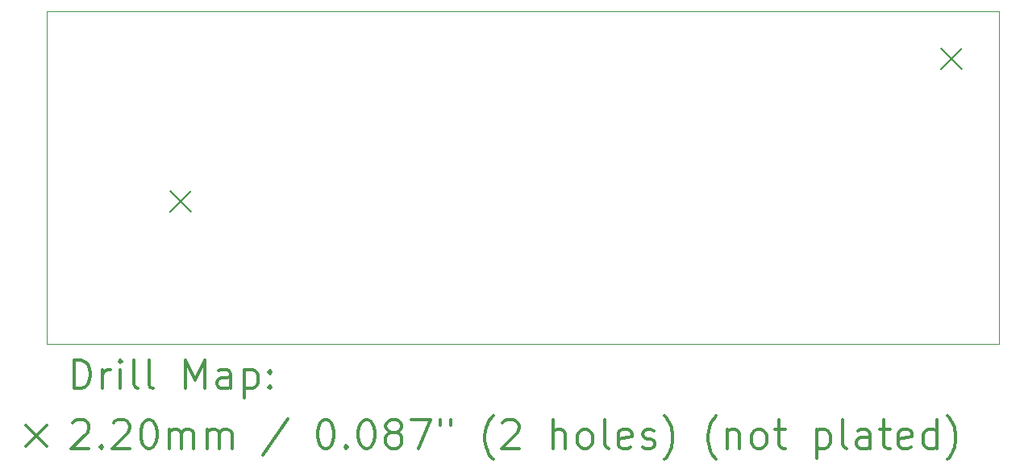
<source format=gbr>
%FSLAX45Y45*%
G04 Gerber Fmt 4.5, Leading zero omitted, Abs format (unit mm)*
G04 Created by KiCad (PCBNEW (5.1.7)-1) date 2021-11-01 12:55:09*
%MOMM*%
%LPD*%
G01*
G04 APERTURE LIST*
%TA.AperFunction,Profile*%
%ADD10C,0.050000*%
%TD*%
%ADD11C,0.200000*%
%ADD12C,0.300000*%
G04 APERTURE END LIST*
D10*
X11000000Y-10500000D02*
X21000000Y-10500000D01*
X11000000Y-7000000D02*
X11000000Y-10500000D01*
X21000000Y-7000000D02*
X11000000Y-7000000D01*
X21000000Y-10500000D02*
X21000000Y-7000000D01*
D11*
X20390000Y-7390000D02*
X20610000Y-7610000D01*
X20610000Y-7390000D02*
X20390000Y-7610000D01*
X12290000Y-8890000D02*
X12510000Y-9110000D01*
X12510000Y-8890000D02*
X12290000Y-9110000D01*
D12*
X11283928Y-10968214D02*
X11283928Y-10668214D01*
X11355357Y-10668214D01*
X11398214Y-10682500D01*
X11426786Y-10711072D01*
X11441071Y-10739643D01*
X11455357Y-10796786D01*
X11455357Y-10839643D01*
X11441071Y-10896786D01*
X11426786Y-10925357D01*
X11398214Y-10953929D01*
X11355357Y-10968214D01*
X11283928Y-10968214D01*
X11583928Y-10968214D02*
X11583928Y-10768214D01*
X11583928Y-10825357D02*
X11598214Y-10796786D01*
X11612500Y-10782500D01*
X11641071Y-10768214D01*
X11669643Y-10768214D01*
X11769643Y-10968214D02*
X11769643Y-10768214D01*
X11769643Y-10668214D02*
X11755357Y-10682500D01*
X11769643Y-10696786D01*
X11783928Y-10682500D01*
X11769643Y-10668214D01*
X11769643Y-10696786D01*
X11955357Y-10968214D02*
X11926786Y-10953929D01*
X11912500Y-10925357D01*
X11912500Y-10668214D01*
X12112500Y-10968214D02*
X12083928Y-10953929D01*
X12069643Y-10925357D01*
X12069643Y-10668214D01*
X12455357Y-10968214D02*
X12455357Y-10668214D01*
X12555357Y-10882500D01*
X12655357Y-10668214D01*
X12655357Y-10968214D01*
X12926786Y-10968214D02*
X12926786Y-10811072D01*
X12912500Y-10782500D01*
X12883928Y-10768214D01*
X12826786Y-10768214D01*
X12798214Y-10782500D01*
X12926786Y-10953929D02*
X12898214Y-10968214D01*
X12826786Y-10968214D01*
X12798214Y-10953929D01*
X12783928Y-10925357D01*
X12783928Y-10896786D01*
X12798214Y-10868214D01*
X12826786Y-10853929D01*
X12898214Y-10853929D01*
X12926786Y-10839643D01*
X13069643Y-10768214D02*
X13069643Y-11068214D01*
X13069643Y-10782500D02*
X13098214Y-10768214D01*
X13155357Y-10768214D01*
X13183928Y-10782500D01*
X13198214Y-10796786D01*
X13212500Y-10825357D01*
X13212500Y-10911072D01*
X13198214Y-10939643D01*
X13183928Y-10953929D01*
X13155357Y-10968214D01*
X13098214Y-10968214D01*
X13069643Y-10953929D01*
X13341071Y-10939643D02*
X13355357Y-10953929D01*
X13341071Y-10968214D01*
X13326786Y-10953929D01*
X13341071Y-10939643D01*
X13341071Y-10968214D01*
X13341071Y-10782500D02*
X13355357Y-10796786D01*
X13341071Y-10811072D01*
X13326786Y-10796786D01*
X13341071Y-10782500D01*
X13341071Y-10811072D01*
X10777500Y-11352500D02*
X10997500Y-11572500D01*
X10997500Y-11352500D02*
X10777500Y-11572500D01*
X11269643Y-11326786D02*
X11283928Y-11312500D01*
X11312500Y-11298214D01*
X11383928Y-11298214D01*
X11412500Y-11312500D01*
X11426786Y-11326786D01*
X11441071Y-11355357D01*
X11441071Y-11383929D01*
X11426786Y-11426786D01*
X11255357Y-11598214D01*
X11441071Y-11598214D01*
X11569643Y-11569643D02*
X11583928Y-11583929D01*
X11569643Y-11598214D01*
X11555357Y-11583929D01*
X11569643Y-11569643D01*
X11569643Y-11598214D01*
X11698214Y-11326786D02*
X11712500Y-11312500D01*
X11741071Y-11298214D01*
X11812500Y-11298214D01*
X11841071Y-11312500D01*
X11855357Y-11326786D01*
X11869643Y-11355357D01*
X11869643Y-11383929D01*
X11855357Y-11426786D01*
X11683928Y-11598214D01*
X11869643Y-11598214D01*
X12055357Y-11298214D02*
X12083928Y-11298214D01*
X12112500Y-11312500D01*
X12126786Y-11326786D01*
X12141071Y-11355357D01*
X12155357Y-11412500D01*
X12155357Y-11483929D01*
X12141071Y-11541071D01*
X12126786Y-11569643D01*
X12112500Y-11583929D01*
X12083928Y-11598214D01*
X12055357Y-11598214D01*
X12026786Y-11583929D01*
X12012500Y-11569643D01*
X11998214Y-11541071D01*
X11983928Y-11483929D01*
X11983928Y-11412500D01*
X11998214Y-11355357D01*
X12012500Y-11326786D01*
X12026786Y-11312500D01*
X12055357Y-11298214D01*
X12283928Y-11598214D02*
X12283928Y-11398214D01*
X12283928Y-11426786D02*
X12298214Y-11412500D01*
X12326786Y-11398214D01*
X12369643Y-11398214D01*
X12398214Y-11412500D01*
X12412500Y-11441071D01*
X12412500Y-11598214D01*
X12412500Y-11441071D02*
X12426786Y-11412500D01*
X12455357Y-11398214D01*
X12498214Y-11398214D01*
X12526786Y-11412500D01*
X12541071Y-11441071D01*
X12541071Y-11598214D01*
X12683928Y-11598214D02*
X12683928Y-11398214D01*
X12683928Y-11426786D02*
X12698214Y-11412500D01*
X12726786Y-11398214D01*
X12769643Y-11398214D01*
X12798214Y-11412500D01*
X12812500Y-11441071D01*
X12812500Y-11598214D01*
X12812500Y-11441071D02*
X12826786Y-11412500D01*
X12855357Y-11398214D01*
X12898214Y-11398214D01*
X12926786Y-11412500D01*
X12941071Y-11441071D01*
X12941071Y-11598214D01*
X13526786Y-11283929D02*
X13269643Y-11669643D01*
X13912500Y-11298214D02*
X13941071Y-11298214D01*
X13969643Y-11312500D01*
X13983928Y-11326786D01*
X13998214Y-11355357D01*
X14012500Y-11412500D01*
X14012500Y-11483929D01*
X13998214Y-11541071D01*
X13983928Y-11569643D01*
X13969643Y-11583929D01*
X13941071Y-11598214D01*
X13912500Y-11598214D01*
X13883928Y-11583929D01*
X13869643Y-11569643D01*
X13855357Y-11541071D01*
X13841071Y-11483929D01*
X13841071Y-11412500D01*
X13855357Y-11355357D01*
X13869643Y-11326786D01*
X13883928Y-11312500D01*
X13912500Y-11298214D01*
X14141071Y-11569643D02*
X14155357Y-11583929D01*
X14141071Y-11598214D01*
X14126786Y-11583929D01*
X14141071Y-11569643D01*
X14141071Y-11598214D01*
X14341071Y-11298214D02*
X14369643Y-11298214D01*
X14398214Y-11312500D01*
X14412500Y-11326786D01*
X14426786Y-11355357D01*
X14441071Y-11412500D01*
X14441071Y-11483929D01*
X14426786Y-11541071D01*
X14412500Y-11569643D01*
X14398214Y-11583929D01*
X14369643Y-11598214D01*
X14341071Y-11598214D01*
X14312500Y-11583929D01*
X14298214Y-11569643D01*
X14283928Y-11541071D01*
X14269643Y-11483929D01*
X14269643Y-11412500D01*
X14283928Y-11355357D01*
X14298214Y-11326786D01*
X14312500Y-11312500D01*
X14341071Y-11298214D01*
X14612500Y-11426786D02*
X14583928Y-11412500D01*
X14569643Y-11398214D01*
X14555357Y-11369643D01*
X14555357Y-11355357D01*
X14569643Y-11326786D01*
X14583928Y-11312500D01*
X14612500Y-11298214D01*
X14669643Y-11298214D01*
X14698214Y-11312500D01*
X14712500Y-11326786D01*
X14726786Y-11355357D01*
X14726786Y-11369643D01*
X14712500Y-11398214D01*
X14698214Y-11412500D01*
X14669643Y-11426786D01*
X14612500Y-11426786D01*
X14583928Y-11441071D01*
X14569643Y-11455357D01*
X14555357Y-11483929D01*
X14555357Y-11541071D01*
X14569643Y-11569643D01*
X14583928Y-11583929D01*
X14612500Y-11598214D01*
X14669643Y-11598214D01*
X14698214Y-11583929D01*
X14712500Y-11569643D01*
X14726786Y-11541071D01*
X14726786Y-11483929D01*
X14712500Y-11455357D01*
X14698214Y-11441071D01*
X14669643Y-11426786D01*
X14826786Y-11298214D02*
X15026786Y-11298214D01*
X14898214Y-11598214D01*
X15126786Y-11298214D02*
X15126786Y-11355357D01*
X15241071Y-11298214D02*
X15241071Y-11355357D01*
X15683928Y-11712500D02*
X15669643Y-11698214D01*
X15641071Y-11655357D01*
X15626786Y-11626786D01*
X15612500Y-11583929D01*
X15598214Y-11512500D01*
X15598214Y-11455357D01*
X15612500Y-11383929D01*
X15626786Y-11341071D01*
X15641071Y-11312500D01*
X15669643Y-11269643D01*
X15683928Y-11255357D01*
X15783928Y-11326786D02*
X15798214Y-11312500D01*
X15826786Y-11298214D01*
X15898214Y-11298214D01*
X15926786Y-11312500D01*
X15941071Y-11326786D01*
X15955357Y-11355357D01*
X15955357Y-11383929D01*
X15941071Y-11426786D01*
X15769643Y-11598214D01*
X15955357Y-11598214D01*
X16312500Y-11598214D02*
X16312500Y-11298214D01*
X16441071Y-11598214D02*
X16441071Y-11441071D01*
X16426786Y-11412500D01*
X16398214Y-11398214D01*
X16355357Y-11398214D01*
X16326786Y-11412500D01*
X16312500Y-11426786D01*
X16626786Y-11598214D02*
X16598214Y-11583929D01*
X16583928Y-11569643D01*
X16569643Y-11541071D01*
X16569643Y-11455357D01*
X16583928Y-11426786D01*
X16598214Y-11412500D01*
X16626786Y-11398214D01*
X16669643Y-11398214D01*
X16698214Y-11412500D01*
X16712500Y-11426786D01*
X16726786Y-11455357D01*
X16726786Y-11541071D01*
X16712500Y-11569643D01*
X16698214Y-11583929D01*
X16669643Y-11598214D01*
X16626786Y-11598214D01*
X16898214Y-11598214D02*
X16869643Y-11583929D01*
X16855357Y-11555357D01*
X16855357Y-11298214D01*
X17126786Y-11583929D02*
X17098214Y-11598214D01*
X17041071Y-11598214D01*
X17012500Y-11583929D01*
X16998214Y-11555357D01*
X16998214Y-11441071D01*
X17012500Y-11412500D01*
X17041071Y-11398214D01*
X17098214Y-11398214D01*
X17126786Y-11412500D01*
X17141071Y-11441071D01*
X17141071Y-11469643D01*
X16998214Y-11498214D01*
X17255357Y-11583929D02*
X17283928Y-11598214D01*
X17341071Y-11598214D01*
X17369643Y-11583929D01*
X17383928Y-11555357D01*
X17383928Y-11541071D01*
X17369643Y-11512500D01*
X17341071Y-11498214D01*
X17298214Y-11498214D01*
X17269643Y-11483929D01*
X17255357Y-11455357D01*
X17255357Y-11441071D01*
X17269643Y-11412500D01*
X17298214Y-11398214D01*
X17341071Y-11398214D01*
X17369643Y-11412500D01*
X17483928Y-11712500D02*
X17498214Y-11698214D01*
X17526786Y-11655357D01*
X17541071Y-11626786D01*
X17555357Y-11583929D01*
X17569643Y-11512500D01*
X17569643Y-11455357D01*
X17555357Y-11383929D01*
X17541071Y-11341071D01*
X17526786Y-11312500D01*
X17498214Y-11269643D01*
X17483928Y-11255357D01*
X18026786Y-11712500D02*
X18012500Y-11698214D01*
X17983928Y-11655357D01*
X17969643Y-11626786D01*
X17955357Y-11583929D01*
X17941071Y-11512500D01*
X17941071Y-11455357D01*
X17955357Y-11383929D01*
X17969643Y-11341071D01*
X17983928Y-11312500D01*
X18012500Y-11269643D01*
X18026786Y-11255357D01*
X18141071Y-11398214D02*
X18141071Y-11598214D01*
X18141071Y-11426786D02*
X18155357Y-11412500D01*
X18183928Y-11398214D01*
X18226786Y-11398214D01*
X18255357Y-11412500D01*
X18269643Y-11441071D01*
X18269643Y-11598214D01*
X18455357Y-11598214D02*
X18426786Y-11583929D01*
X18412500Y-11569643D01*
X18398214Y-11541071D01*
X18398214Y-11455357D01*
X18412500Y-11426786D01*
X18426786Y-11412500D01*
X18455357Y-11398214D01*
X18498214Y-11398214D01*
X18526786Y-11412500D01*
X18541071Y-11426786D01*
X18555357Y-11455357D01*
X18555357Y-11541071D01*
X18541071Y-11569643D01*
X18526786Y-11583929D01*
X18498214Y-11598214D01*
X18455357Y-11598214D01*
X18641071Y-11398214D02*
X18755357Y-11398214D01*
X18683928Y-11298214D02*
X18683928Y-11555357D01*
X18698214Y-11583929D01*
X18726786Y-11598214D01*
X18755357Y-11598214D01*
X19083928Y-11398214D02*
X19083928Y-11698214D01*
X19083928Y-11412500D02*
X19112500Y-11398214D01*
X19169643Y-11398214D01*
X19198214Y-11412500D01*
X19212500Y-11426786D01*
X19226786Y-11455357D01*
X19226786Y-11541071D01*
X19212500Y-11569643D01*
X19198214Y-11583929D01*
X19169643Y-11598214D01*
X19112500Y-11598214D01*
X19083928Y-11583929D01*
X19398214Y-11598214D02*
X19369643Y-11583929D01*
X19355357Y-11555357D01*
X19355357Y-11298214D01*
X19641071Y-11598214D02*
X19641071Y-11441071D01*
X19626786Y-11412500D01*
X19598214Y-11398214D01*
X19541071Y-11398214D01*
X19512500Y-11412500D01*
X19641071Y-11583929D02*
X19612500Y-11598214D01*
X19541071Y-11598214D01*
X19512500Y-11583929D01*
X19498214Y-11555357D01*
X19498214Y-11526786D01*
X19512500Y-11498214D01*
X19541071Y-11483929D01*
X19612500Y-11483929D01*
X19641071Y-11469643D01*
X19741071Y-11398214D02*
X19855357Y-11398214D01*
X19783928Y-11298214D02*
X19783928Y-11555357D01*
X19798214Y-11583929D01*
X19826786Y-11598214D01*
X19855357Y-11598214D01*
X20069643Y-11583929D02*
X20041071Y-11598214D01*
X19983928Y-11598214D01*
X19955357Y-11583929D01*
X19941071Y-11555357D01*
X19941071Y-11441071D01*
X19955357Y-11412500D01*
X19983928Y-11398214D01*
X20041071Y-11398214D01*
X20069643Y-11412500D01*
X20083928Y-11441071D01*
X20083928Y-11469643D01*
X19941071Y-11498214D01*
X20341071Y-11598214D02*
X20341071Y-11298214D01*
X20341071Y-11583929D02*
X20312500Y-11598214D01*
X20255357Y-11598214D01*
X20226786Y-11583929D01*
X20212500Y-11569643D01*
X20198214Y-11541071D01*
X20198214Y-11455357D01*
X20212500Y-11426786D01*
X20226786Y-11412500D01*
X20255357Y-11398214D01*
X20312500Y-11398214D01*
X20341071Y-11412500D01*
X20455357Y-11712500D02*
X20469643Y-11698214D01*
X20498214Y-11655357D01*
X20512500Y-11626786D01*
X20526786Y-11583929D01*
X20541071Y-11512500D01*
X20541071Y-11455357D01*
X20526786Y-11383929D01*
X20512500Y-11341071D01*
X20498214Y-11312500D01*
X20469643Y-11269643D01*
X20455357Y-11255357D01*
M02*

</source>
